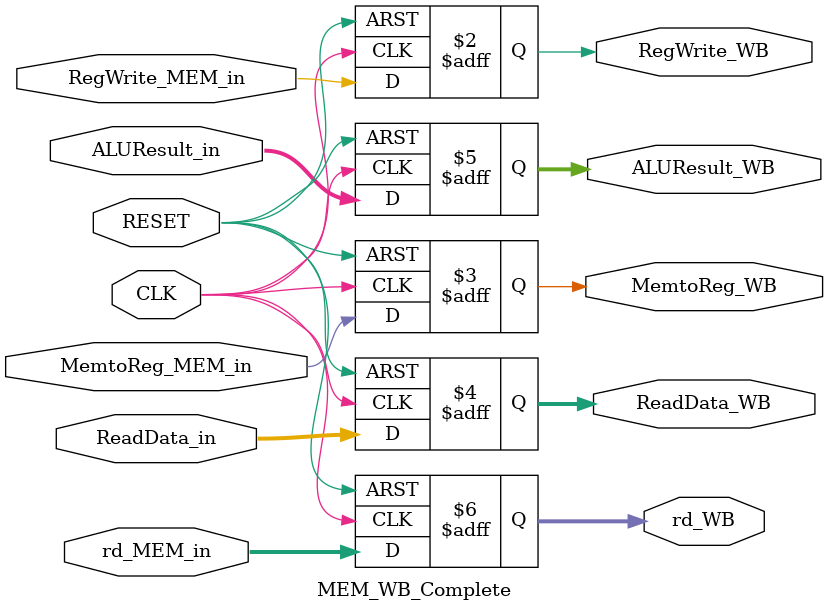
<source format=v>
`timescale 1ns / 1ps

module MEM_WB_Complete(
    input CLK,
    input RESET,
    input RegWrite_MEM_in,
    input MemtoReg_MEM_in,
    input [31:0] ReadData_in,
    input [31:0] ALUResult_in,
    input [4:0] rd_MEM_in,
    output reg RegWrite_WB,
    output reg MemtoReg_WB,
    output reg [31:0] ReadData_WB,
    output reg [31:0] ALUResult_WB,
    output reg [4:0] rd_WB
);
    always @(posedge CLK or posedge RESET) begin
        if (RESET) begin
            RegWrite_WB <= 0;
            MemtoReg_WB <= 0;
            ReadData_WB <= 0;
            ALUResult_WB <= 0;
            rd_WB <= 0;
        end else begin
            RegWrite_WB <= RegWrite_MEM_in;
            MemtoReg_WB <= MemtoReg_MEM_in;
            ReadData_WB <= ReadData_in;
            ALUResult_WB <= ALUResult_in;
            rd_WB <= rd_MEM_in;
        end
    end
endmodule


</source>
